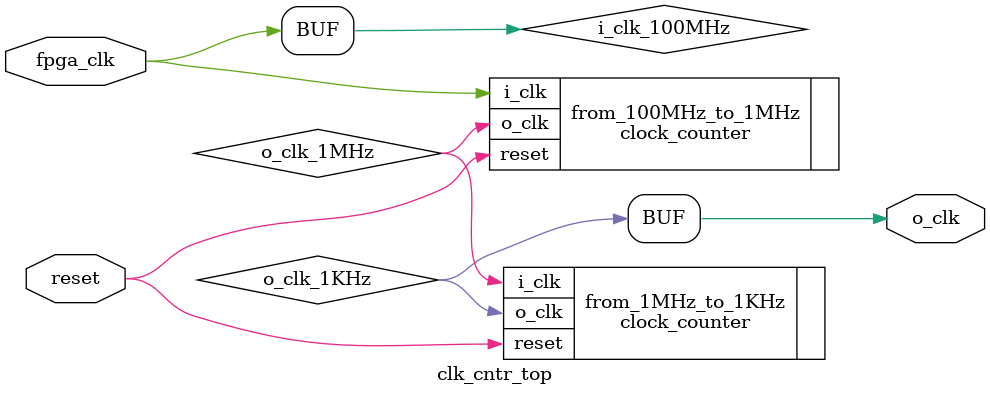
<source format=v>
`timescale 1ns / 1ps

module clk_cntr_top(
    input fpga_clk, reset,
    output o_clk
    );
    
    parameter M = 10**6;    // Mega
    parameter K = 10**3;    // Kilo
    
    wire i_clk_100MHz = fpga_clk;
    wire o_clk_1MHz;
    wire o_clk_1KHz = o_clk;
    
    // Generation of 1MHz clock from 100MHz clock
    clock_counter          #(.from(100*M), .to(1*M)) 
    from_100MHz_to_1MHz    (.i_clk(i_clk_100MHz), .reset(reset), .o_clk(o_clk_1MHz));
    
    // Generation of 1KHz clock from 1MHz clock
    clock_counter          #(.from(1*M), .to(1*K)) 
    from_1MHz_to_1KHz     (.i_clk(o_clk_1MHz), .reset(reset), .o_clk(o_clk_1KHz));
    
endmodule
</source>
